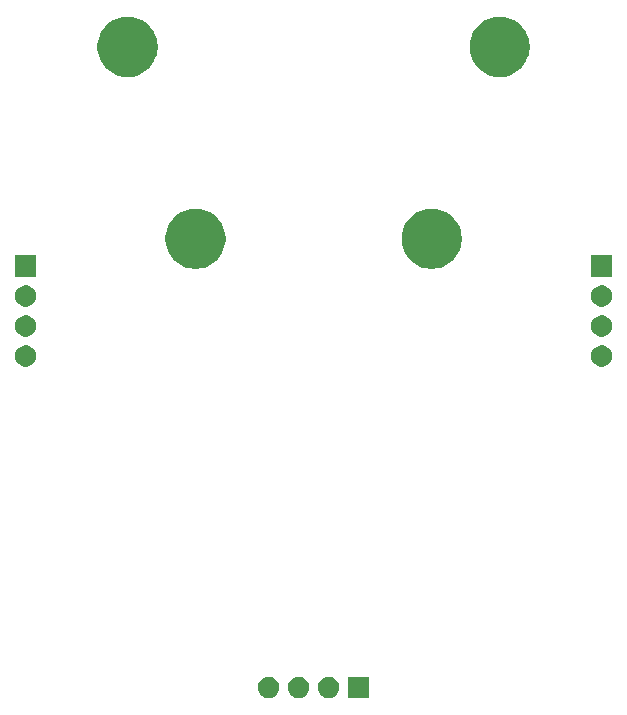
<source format=gbr>
G04 #@! TF.GenerationSoftware,KiCad,Pcbnew,9.0.2*
G04 #@! TF.CreationDate,2025-09-01T17:39:09-04:00*
G04 #@! TF.ProjectId,Trackball,54726163-6b62-4616-9c6c-2e6b69636164,rev?*
G04 #@! TF.SameCoordinates,Original*
G04 #@! TF.FileFunction,Soldermask,Top*
G04 #@! TF.FilePolarity,Negative*
%FSLAX46Y46*%
G04 Gerber Fmt 4.6, Leading zero omitted, Abs format (unit mm)*
G04 Created by KiCad (PCBNEW 9.0.2) date 2025-09-01 17:39:09*
%MOMM*%
%LPD*%
G01*
G04 APERTURE LIST*
G04 APERTURE END LIST*
G36*
X58425957Y-85330268D02*
G01*
X58442502Y-85341324D01*
X58453558Y-85357869D01*
X58457440Y-85377386D01*
X58457440Y-87077386D01*
X58453558Y-87096903D01*
X58442502Y-87113448D01*
X58425957Y-87124504D01*
X58406440Y-87128386D01*
X56706440Y-87128386D01*
X56686923Y-87124504D01*
X56670378Y-87113448D01*
X56659322Y-87096903D01*
X56655440Y-87077386D01*
X56655440Y-85377386D01*
X56659322Y-85357869D01*
X56670378Y-85341324D01*
X56686923Y-85330268D01*
X56706440Y-85326386D01*
X58406440Y-85326386D01*
X58425957Y-85330268D01*
G37*
G36*
X50197986Y-85365183D02*
G01*
X50361168Y-85432775D01*
X50508028Y-85530904D01*
X50632922Y-85655798D01*
X50731051Y-85802658D01*
X50798643Y-85965840D01*
X50833101Y-86139073D01*
X50833101Y-86315699D01*
X50798643Y-86488932D01*
X50731051Y-86652114D01*
X50632922Y-86798974D01*
X50508028Y-86923868D01*
X50361168Y-87021997D01*
X50197986Y-87089589D01*
X50024753Y-87124047D01*
X49848127Y-87124047D01*
X49674894Y-87089589D01*
X49511712Y-87021997D01*
X49364852Y-86923868D01*
X49239958Y-86798974D01*
X49141829Y-86652114D01*
X49074237Y-86488932D01*
X49039779Y-86315699D01*
X49039779Y-86139073D01*
X49074237Y-85965840D01*
X49141829Y-85802658D01*
X49239958Y-85655798D01*
X49364852Y-85530904D01*
X49511712Y-85432775D01*
X49674894Y-85365183D01*
X49848127Y-85330725D01*
X50024753Y-85330725D01*
X50197986Y-85365183D01*
G37*
G36*
X52737986Y-85365183D02*
G01*
X52901168Y-85432775D01*
X53048028Y-85530904D01*
X53172922Y-85655798D01*
X53271051Y-85802658D01*
X53338643Y-85965840D01*
X53373101Y-86139073D01*
X53373101Y-86315699D01*
X53338643Y-86488932D01*
X53271051Y-86652114D01*
X53172922Y-86798974D01*
X53048028Y-86923868D01*
X52901168Y-87021997D01*
X52737986Y-87089589D01*
X52564753Y-87124047D01*
X52388127Y-87124047D01*
X52214894Y-87089589D01*
X52051712Y-87021997D01*
X51904852Y-86923868D01*
X51779958Y-86798974D01*
X51681829Y-86652114D01*
X51614237Y-86488932D01*
X51579779Y-86315699D01*
X51579779Y-86139073D01*
X51614237Y-85965840D01*
X51681829Y-85802658D01*
X51779958Y-85655798D01*
X51904852Y-85530904D01*
X52051712Y-85432775D01*
X52214894Y-85365183D01*
X52388127Y-85330725D01*
X52564753Y-85330725D01*
X52737986Y-85365183D01*
G37*
G36*
X55277986Y-85365183D02*
G01*
X55441168Y-85432775D01*
X55588028Y-85530904D01*
X55712922Y-85655798D01*
X55811051Y-85802658D01*
X55878643Y-85965840D01*
X55913101Y-86139073D01*
X55913101Y-86315699D01*
X55878643Y-86488932D01*
X55811051Y-86652114D01*
X55712922Y-86798974D01*
X55588028Y-86923868D01*
X55441168Y-87021997D01*
X55277986Y-87089589D01*
X55104753Y-87124047D01*
X54928127Y-87124047D01*
X54754894Y-87089589D01*
X54591712Y-87021997D01*
X54444852Y-86923868D01*
X54319958Y-86798974D01*
X54221829Y-86652114D01*
X54154237Y-86488932D01*
X54119779Y-86315699D01*
X54119779Y-86139073D01*
X54154237Y-85965840D01*
X54221829Y-85802658D01*
X54319958Y-85655798D01*
X54444852Y-85530904D01*
X54591712Y-85432775D01*
X54754894Y-85365183D01*
X54928127Y-85330725D01*
X55104753Y-85330725D01*
X55277986Y-85365183D01*
G37*
G36*
X29623986Y-57317183D02*
G01*
X29787168Y-57384775D01*
X29934028Y-57482904D01*
X30058922Y-57607798D01*
X30157051Y-57754658D01*
X30224643Y-57917840D01*
X30259101Y-58091073D01*
X30259101Y-58267699D01*
X30224643Y-58440932D01*
X30157051Y-58604114D01*
X30058922Y-58750974D01*
X29934028Y-58875868D01*
X29787168Y-58973997D01*
X29623986Y-59041589D01*
X29450753Y-59076047D01*
X29274127Y-59076047D01*
X29100894Y-59041589D01*
X28937712Y-58973997D01*
X28790852Y-58875868D01*
X28665958Y-58750974D01*
X28567829Y-58604114D01*
X28500237Y-58440932D01*
X28465779Y-58267699D01*
X28465779Y-58091073D01*
X28500237Y-57917840D01*
X28567829Y-57754658D01*
X28665958Y-57607798D01*
X28790852Y-57482904D01*
X28937712Y-57384775D01*
X29100894Y-57317183D01*
X29274127Y-57282725D01*
X29450753Y-57282725D01*
X29623986Y-57317183D01*
G37*
G36*
X78391986Y-57317183D02*
G01*
X78555168Y-57384775D01*
X78702028Y-57482904D01*
X78826922Y-57607798D01*
X78925051Y-57754658D01*
X78992643Y-57917840D01*
X79027101Y-58091073D01*
X79027101Y-58267699D01*
X78992643Y-58440932D01*
X78925051Y-58604114D01*
X78826922Y-58750974D01*
X78702028Y-58875868D01*
X78555168Y-58973997D01*
X78391986Y-59041589D01*
X78218753Y-59076047D01*
X78042127Y-59076047D01*
X77868894Y-59041589D01*
X77705712Y-58973997D01*
X77558852Y-58875868D01*
X77433958Y-58750974D01*
X77335829Y-58604114D01*
X77268237Y-58440932D01*
X77233779Y-58267699D01*
X77233779Y-58091073D01*
X77268237Y-57917840D01*
X77335829Y-57754658D01*
X77433958Y-57607798D01*
X77558852Y-57482904D01*
X77705712Y-57384775D01*
X77868894Y-57317183D01*
X78042127Y-57282725D01*
X78218753Y-57282725D01*
X78391986Y-57317183D01*
G37*
G36*
X29623986Y-54777183D02*
G01*
X29787168Y-54844775D01*
X29934028Y-54942904D01*
X30058922Y-55067798D01*
X30157051Y-55214658D01*
X30224643Y-55377840D01*
X30259101Y-55551073D01*
X30259101Y-55727699D01*
X30224643Y-55900932D01*
X30157051Y-56064114D01*
X30058922Y-56210974D01*
X29934028Y-56335868D01*
X29787168Y-56433997D01*
X29623986Y-56501589D01*
X29450753Y-56536047D01*
X29274127Y-56536047D01*
X29100894Y-56501589D01*
X28937712Y-56433997D01*
X28790852Y-56335868D01*
X28665958Y-56210974D01*
X28567829Y-56064114D01*
X28500237Y-55900932D01*
X28465779Y-55727699D01*
X28465779Y-55551073D01*
X28500237Y-55377840D01*
X28567829Y-55214658D01*
X28665958Y-55067798D01*
X28790852Y-54942904D01*
X28937712Y-54844775D01*
X29100894Y-54777183D01*
X29274127Y-54742725D01*
X29450753Y-54742725D01*
X29623986Y-54777183D01*
G37*
G36*
X78391986Y-54777183D02*
G01*
X78555168Y-54844775D01*
X78702028Y-54942904D01*
X78826922Y-55067798D01*
X78925051Y-55214658D01*
X78992643Y-55377840D01*
X79027101Y-55551073D01*
X79027101Y-55727699D01*
X78992643Y-55900932D01*
X78925051Y-56064114D01*
X78826922Y-56210974D01*
X78702028Y-56335868D01*
X78555168Y-56433997D01*
X78391986Y-56501589D01*
X78218753Y-56536047D01*
X78042127Y-56536047D01*
X77868894Y-56501589D01*
X77705712Y-56433997D01*
X77558852Y-56335868D01*
X77433958Y-56210974D01*
X77335829Y-56064114D01*
X77268237Y-55900932D01*
X77233779Y-55727699D01*
X77233779Y-55551073D01*
X77268237Y-55377840D01*
X77335829Y-55214658D01*
X77433958Y-55067798D01*
X77558852Y-54942904D01*
X77705712Y-54844775D01*
X77868894Y-54777183D01*
X78042127Y-54742725D01*
X78218753Y-54742725D01*
X78391986Y-54777183D01*
G37*
G36*
X29623986Y-52237183D02*
G01*
X29787168Y-52304775D01*
X29934028Y-52402904D01*
X30058922Y-52527798D01*
X30157051Y-52674658D01*
X30224643Y-52837840D01*
X30259101Y-53011073D01*
X30259101Y-53187699D01*
X30224643Y-53360932D01*
X30157051Y-53524114D01*
X30058922Y-53670974D01*
X29934028Y-53795868D01*
X29787168Y-53893997D01*
X29623986Y-53961589D01*
X29450753Y-53996047D01*
X29274127Y-53996047D01*
X29100894Y-53961589D01*
X28937712Y-53893997D01*
X28790852Y-53795868D01*
X28665958Y-53670974D01*
X28567829Y-53524114D01*
X28500237Y-53360932D01*
X28465779Y-53187699D01*
X28465779Y-53011073D01*
X28500237Y-52837840D01*
X28567829Y-52674658D01*
X28665958Y-52527798D01*
X28790852Y-52402904D01*
X28937712Y-52304775D01*
X29100894Y-52237183D01*
X29274127Y-52202725D01*
X29450753Y-52202725D01*
X29623986Y-52237183D01*
G37*
G36*
X78391986Y-52237183D02*
G01*
X78555168Y-52304775D01*
X78702028Y-52402904D01*
X78826922Y-52527798D01*
X78925051Y-52674658D01*
X78992643Y-52837840D01*
X79027101Y-53011073D01*
X79027101Y-53187699D01*
X78992643Y-53360932D01*
X78925051Y-53524114D01*
X78826922Y-53670974D01*
X78702028Y-53795868D01*
X78555168Y-53893997D01*
X78391986Y-53961589D01*
X78218753Y-53996047D01*
X78042127Y-53996047D01*
X77868894Y-53961589D01*
X77705712Y-53893997D01*
X77558852Y-53795868D01*
X77433958Y-53670974D01*
X77335829Y-53524114D01*
X77268237Y-53360932D01*
X77233779Y-53187699D01*
X77233779Y-53011073D01*
X77268237Y-52837840D01*
X77335829Y-52674658D01*
X77433958Y-52527798D01*
X77558852Y-52402904D01*
X77705712Y-52304775D01*
X77868894Y-52237183D01*
X78042127Y-52202725D01*
X78218753Y-52202725D01*
X78391986Y-52237183D01*
G37*
G36*
X30231957Y-49662268D02*
G01*
X30248502Y-49673324D01*
X30259558Y-49689869D01*
X30263440Y-49709386D01*
X30263440Y-51409386D01*
X30259558Y-51428903D01*
X30248502Y-51445448D01*
X30231957Y-51456504D01*
X30212440Y-51460386D01*
X28512440Y-51460386D01*
X28492923Y-51456504D01*
X28476378Y-51445448D01*
X28465322Y-51428903D01*
X28461440Y-51409386D01*
X28461440Y-49709386D01*
X28465322Y-49689869D01*
X28476378Y-49673324D01*
X28492923Y-49662268D01*
X28512440Y-49658386D01*
X30212440Y-49658386D01*
X30231957Y-49662268D01*
G37*
G36*
X78999957Y-49662268D02*
G01*
X79016502Y-49673324D01*
X79027558Y-49689869D01*
X79031440Y-49709386D01*
X79031440Y-51409386D01*
X79027558Y-51428903D01*
X79016502Y-51445448D01*
X78999957Y-51456504D01*
X78980440Y-51460386D01*
X77280440Y-51460386D01*
X77260923Y-51456504D01*
X77244378Y-51445448D01*
X77233322Y-51428903D01*
X77229440Y-51409386D01*
X77229440Y-49709386D01*
X77233322Y-49689869D01*
X77244378Y-49673324D01*
X77260923Y-49662268D01*
X77280440Y-49658386D01*
X78980440Y-49658386D01*
X78999957Y-49662268D01*
G37*
G36*
X44173748Y-45736429D02*
G01*
X44452647Y-45800086D01*
X44722665Y-45894569D01*
X44980407Y-46018691D01*
X45222630Y-46170890D01*
X45446290Y-46349253D01*
X45648573Y-46551536D01*
X45826936Y-46775196D01*
X45979135Y-47017419D01*
X46103257Y-47275161D01*
X46197740Y-47545179D01*
X46261397Y-47824078D01*
X46293427Y-48108350D01*
X46293427Y-48394422D01*
X46261397Y-48678694D01*
X46197740Y-48957593D01*
X46103257Y-49227611D01*
X45979135Y-49485353D01*
X45826936Y-49727576D01*
X45648573Y-49951236D01*
X45446290Y-50153519D01*
X45222630Y-50331882D01*
X44980407Y-50484081D01*
X44722665Y-50608203D01*
X44452647Y-50702686D01*
X44173748Y-50766343D01*
X43889476Y-50798373D01*
X43603404Y-50798373D01*
X43319132Y-50766343D01*
X43040233Y-50702686D01*
X42770215Y-50608203D01*
X42512473Y-50484081D01*
X42270250Y-50331882D01*
X42046590Y-50153519D01*
X41844307Y-49951236D01*
X41665944Y-49727576D01*
X41513745Y-49485353D01*
X41389623Y-49227611D01*
X41295140Y-48957593D01*
X41231483Y-48678694D01*
X41199453Y-48394422D01*
X41199453Y-48108350D01*
X41231483Y-47824078D01*
X41295140Y-47545179D01*
X41389623Y-47275161D01*
X41513745Y-47017419D01*
X41665944Y-46775196D01*
X41844307Y-46551536D01*
X42046590Y-46349253D01*
X42270250Y-46170890D01*
X42512473Y-46018691D01*
X42770215Y-45894569D01*
X43040233Y-45800086D01*
X43319132Y-45736429D01*
X43603404Y-45704399D01*
X43889476Y-45704399D01*
X44173748Y-45736429D01*
G37*
G36*
X64173748Y-45736429D02*
G01*
X64452647Y-45800086D01*
X64722665Y-45894569D01*
X64980407Y-46018691D01*
X65222630Y-46170890D01*
X65446290Y-46349253D01*
X65648573Y-46551536D01*
X65826936Y-46775196D01*
X65979135Y-47017419D01*
X66103257Y-47275161D01*
X66197740Y-47545179D01*
X66261397Y-47824078D01*
X66293427Y-48108350D01*
X66293427Y-48394422D01*
X66261397Y-48678694D01*
X66197740Y-48957593D01*
X66103257Y-49227611D01*
X65979135Y-49485353D01*
X65826936Y-49727576D01*
X65648573Y-49951236D01*
X65446290Y-50153519D01*
X65222630Y-50331882D01*
X64980407Y-50484081D01*
X64722665Y-50608203D01*
X64452647Y-50702686D01*
X64173748Y-50766343D01*
X63889476Y-50798373D01*
X63603404Y-50798373D01*
X63319132Y-50766343D01*
X63040233Y-50702686D01*
X62770215Y-50608203D01*
X62512473Y-50484081D01*
X62270250Y-50331882D01*
X62046590Y-50153519D01*
X61844307Y-49951236D01*
X61665944Y-49727576D01*
X61513745Y-49485353D01*
X61389623Y-49227611D01*
X61295140Y-48957593D01*
X61231483Y-48678694D01*
X61199453Y-48394422D01*
X61199453Y-48108350D01*
X61231483Y-47824078D01*
X61295140Y-47545179D01*
X61389623Y-47275161D01*
X61513745Y-47017419D01*
X61665944Y-46775196D01*
X61844307Y-46551536D01*
X62046590Y-46349253D01*
X62270250Y-46170890D01*
X62512473Y-46018691D01*
X62770215Y-45894569D01*
X63040233Y-45800086D01*
X63319132Y-45736429D01*
X63603404Y-45704399D01*
X63889476Y-45704399D01*
X64173748Y-45736429D01*
G37*
G36*
X38423748Y-29486429D02*
G01*
X38702647Y-29550086D01*
X38972665Y-29644569D01*
X39230407Y-29768691D01*
X39472630Y-29920890D01*
X39696290Y-30099253D01*
X39898573Y-30301536D01*
X40076936Y-30525196D01*
X40229135Y-30767419D01*
X40353257Y-31025161D01*
X40447740Y-31295179D01*
X40511397Y-31574078D01*
X40543427Y-31858350D01*
X40543427Y-32144422D01*
X40511397Y-32428694D01*
X40447740Y-32707593D01*
X40353257Y-32977611D01*
X40229135Y-33235353D01*
X40076936Y-33477576D01*
X39898573Y-33701236D01*
X39696290Y-33903519D01*
X39472630Y-34081882D01*
X39230407Y-34234081D01*
X38972665Y-34358203D01*
X38702647Y-34452686D01*
X38423748Y-34516343D01*
X38139476Y-34548373D01*
X37853404Y-34548373D01*
X37569132Y-34516343D01*
X37290233Y-34452686D01*
X37020215Y-34358203D01*
X36762473Y-34234081D01*
X36520250Y-34081882D01*
X36296590Y-33903519D01*
X36094307Y-33701236D01*
X35915944Y-33477576D01*
X35763745Y-33235353D01*
X35639623Y-32977611D01*
X35545140Y-32707593D01*
X35481483Y-32428694D01*
X35449453Y-32144422D01*
X35449453Y-31858350D01*
X35481483Y-31574078D01*
X35545140Y-31295179D01*
X35639623Y-31025161D01*
X35763745Y-30767419D01*
X35915944Y-30525196D01*
X36094307Y-30301536D01*
X36296590Y-30099253D01*
X36520250Y-29920890D01*
X36762473Y-29768691D01*
X37020215Y-29644569D01*
X37290233Y-29550086D01*
X37569132Y-29486429D01*
X37853404Y-29454399D01*
X38139476Y-29454399D01*
X38423748Y-29486429D01*
G37*
G36*
X69923748Y-29486429D02*
G01*
X70202647Y-29550086D01*
X70472665Y-29644569D01*
X70730407Y-29768691D01*
X70972630Y-29920890D01*
X71196290Y-30099253D01*
X71398573Y-30301536D01*
X71576936Y-30525196D01*
X71729135Y-30767419D01*
X71853257Y-31025161D01*
X71947740Y-31295179D01*
X72011397Y-31574078D01*
X72043427Y-31858350D01*
X72043427Y-32144422D01*
X72011397Y-32428694D01*
X71947740Y-32707593D01*
X71853257Y-32977611D01*
X71729135Y-33235353D01*
X71576936Y-33477576D01*
X71398573Y-33701236D01*
X71196290Y-33903519D01*
X70972630Y-34081882D01*
X70730407Y-34234081D01*
X70472665Y-34358203D01*
X70202647Y-34452686D01*
X69923748Y-34516343D01*
X69639476Y-34548373D01*
X69353404Y-34548373D01*
X69069132Y-34516343D01*
X68790233Y-34452686D01*
X68520215Y-34358203D01*
X68262473Y-34234081D01*
X68020250Y-34081882D01*
X67796590Y-33903519D01*
X67594307Y-33701236D01*
X67415944Y-33477576D01*
X67263745Y-33235353D01*
X67139623Y-32977611D01*
X67045140Y-32707593D01*
X66981483Y-32428694D01*
X66949453Y-32144422D01*
X66949453Y-31858350D01*
X66981483Y-31574078D01*
X67045140Y-31295179D01*
X67139623Y-31025161D01*
X67263745Y-30767419D01*
X67415944Y-30525196D01*
X67594307Y-30301536D01*
X67796590Y-30099253D01*
X68020250Y-29920890D01*
X68262473Y-29768691D01*
X68520215Y-29644569D01*
X68790233Y-29550086D01*
X69069132Y-29486429D01*
X69353404Y-29454399D01*
X69639476Y-29454399D01*
X69923748Y-29486429D01*
G37*
M02*

</source>
